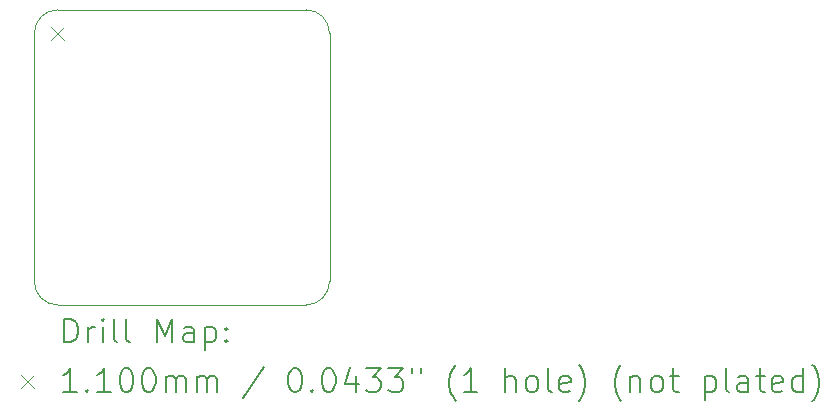
<source format=gbr>
%TF.GenerationSoftware,KiCad,Pcbnew,9.0.2*%
%TF.CreationDate,2025-12-01T11:38:41+01:00*%
%TF.ProjectId,PCB,5043422e-6b69-4636-9164-5f7063625858,rev?*%
%TF.SameCoordinates,Original*%
%TF.FileFunction,Drillmap*%
%TF.FilePolarity,Positive*%
%FSLAX45Y45*%
G04 Gerber Fmt 4.5, Leading zero omitted, Abs format (unit mm)*
G04 Created by KiCad (PCBNEW 9.0.2) date 2025-12-01 11:38:41*
%MOMM*%
%LPD*%
G01*
G04 APERTURE LIST*
%ADD10C,0.100000*%
%ADD11C,0.200000*%
%ADD12C,0.110000*%
G04 APERTURE END LIST*
D10*
X8750000Y-8950000D02*
X8750000Y-11050000D01*
X11050000Y-8750000D02*
G75*
G02*
X11250000Y-8950000I0J-200000D01*
G01*
X8950000Y-11250000D02*
X11050000Y-11250000D01*
X11250000Y-11050000D02*
X11250000Y-8950000D01*
X8750000Y-8950000D02*
G75*
G02*
X8950000Y-8750000I200000J0D01*
G01*
X8950000Y-11250000D02*
G75*
G02*
X8750000Y-11050000I0J200000D01*
G01*
X11250000Y-11050000D02*
G75*
G02*
X11050000Y-11250000I-200000J0D01*
G01*
X11050000Y-8750000D02*
X8950000Y-8750000D01*
D11*
D12*
X8895000Y-8895000D02*
X9005000Y-9005000D01*
X9005000Y-8895000D02*
X8895000Y-9005000D01*
D11*
X9005777Y-11566484D02*
X9005777Y-11366484D01*
X9005777Y-11366484D02*
X9053396Y-11366484D01*
X9053396Y-11366484D02*
X9081967Y-11376008D01*
X9081967Y-11376008D02*
X9101015Y-11395055D01*
X9101015Y-11395055D02*
X9110539Y-11414103D01*
X9110539Y-11414103D02*
X9120063Y-11452198D01*
X9120063Y-11452198D02*
X9120063Y-11480769D01*
X9120063Y-11480769D02*
X9110539Y-11518865D01*
X9110539Y-11518865D02*
X9101015Y-11537912D01*
X9101015Y-11537912D02*
X9081967Y-11556960D01*
X9081967Y-11556960D02*
X9053396Y-11566484D01*
X9053396Y-11566484D02*
X9005777Y-11566484D01*
X9205777Y-11566484D02*
X9205777Y-11433150D01*
X9205777Y-11471246D02*
X9215301Y-11452198D01*
X9215301Y-11452198D02*
X9224824Y-11442674D01*
X9224824Y-11442674D02*
X9243872Y-11433150D01*
X9243872Y-11433150D02*
X9262920Y-11433150D01*
X9329586Y-11566484D02*
X9329586Y-11433150D01*
X9329586Y-11366484D02*
X9320063Y-11376008D01*
X9320063Y-11376008D02*
X9329586Y-11385531D01*
X9329586Y-11385531D02*
X9339110Y-11376008D01*
X9339110Y-11376008D02*
X9329586Y-11366484D01*
X9329586Y-11366484D02*
X9329586Y-11385531D01*
X9453396Y-11566484D02*
X9434348Y-11556960D01*
X9434348Y-11556960D02*
X9424824Y-11537912D01*
X9424824Y-11537912D02*
X9424824Y-11366484D01*
X9558158Y-11566484D02*
X9539110Y-11556960D01*
X9539110Y-11556960D02*
X9529586Y-11537912D01*
X9529586Y-11537912D02*
X9529586Y-11366484D01*
X9786729Y-11566484D02*
X9786729Y-11366484D01*
X9786729Y-11366484D02*
X9853396Y-11509341D01*
X9853396Y-11509341D02*
X9920063Y-11366484D01*
X9920063Y-11366484D02*
X9920063Y-11566484D01*
X10101015Y-11566484D02*
X10101015Y-11461722D01*
X10101015Y-11461722D02*
X10091491Y-11442674D01*
X10091491Y-11442674D02*
X10072444Y-11433150D01*
X10072444Y-11433150D02*
X10034348Y-11433150D01*
X10034348Y-11433150D02*
X10015301Y-11442674D01*
X10101015Y-11556960D02*
X10081967Y-11566484D01*
X10081967Y-11566484D02*
X10034348Y-11566484D01*
X10034348Y-11566484D02*
X10015301Y-11556960D01*
X10015301Y-11556960D02*
X10005777Y-11537912D01*
X10005777Y-11537912D02*
X10005777Y-11518865D01*
X10005777Y-11518865D02*
X10015301Y-11499817D01*
X10015301Y-11499817D02*
X10034348Y-11490293D01*
X10034348Y-11490293D02*
X10081967Y-11490293D01*
X10081967Y-11490293D02*
X10101015Y-11480769D01*
X10196253Y-11433150D02*
X10196253Y-11633150D01*
X10196253Y-11442674D02*
X10215301Y-11433150D01*
X10215301Y-11433150D02*
X10253396Y-11433150D01*
X10253396Y-11433150D02*
X10272444Y-11442674D01*
X10272444Y-11442674D02*
X10281967Y-11452198D01*
X10281967Y-11452198D02*
X10291491Y-11471246D01*
X10291491Y-11471246D02*
X10291491Y-11528388D01*
X10291491Y-11528388D02*
X10281967Y-11547436D01*
X10281967Y-11547436D02*
X10272444Y-11556960D01*
X10272444Y-11556960D02*
X10253396Y-11566484D01*
X10253396Y-11566484D02*
X10215301Y-11566484D01*
X10215301Y-11566484D02*
X10196253Y-11556960D01*
X10377205Y-11547436D02*
X10386729Y-11556960D01*
X10386729Y-11556960D02*
X10377205Y-11566484D01*
X10377205Y-11566484D02*
X10367682Y-11556960D01*
X10367682Y-11556960D02*
X10377205Y-11547436D01*
X10377205Y-11547436D02*
X10377205Y-11566484D01*
X10377205Y-11442674D02*
X10386729Y-11452198D01*
X10386729Y-11452198D02*
X10377205Y-11461722D01*
X10377205Y-11461722D02*
X10367682Y-11452198D01*
X10367682Y-11452198D02*
X10377205Y-11442674D01*
X10377205Y-11442674D02*
X10377205Y-11461722D01*
D12*
X8635000Y-11840000D02*
X8745000Y-11950000D01*
X8745000Y-11840000D02*
X8635000Y-11950000D01*
D11*
X9110539Y-11986484D02*
X8996253Y-11986484D01*
X9053396Y-11986484D02*
X9053396Y-11786484D01*
X9053396Y-11786484D02*
X9034348Y-11815055D01*
X9034348Y-11815055D02*
X9015301Y-11834103D01*
X9015301Y-11834103D02*
X8996253Y-11843627D01*
X9196253Y-11967436D02*
X9205777Y-11976960D01*
X9205777Y-11976960D02*
X9196253Y-11986484D01*
X9196253Y-11986484D02*
X9186729Y-11976960D01*
X9186729Y-11976960D02*
X9196253Y-11967436D01*
X9196253Y-11967436D02*
X9196253Y-11986484D01*
X9396253Y-11986484D02*
X9281967Y-11986484D01*
X9339110Y-11986484D02*
X9339110Y-11786484D01*
X9339110Y-11786484D02*
X9320063Y-11815055D01*
X9320063Y-11815055D02*
X9301015Y-11834103D01*
X9301015Y-11834103D02*
X9281967Y-11843627D01*
X9520063Y-11786484D02*
X9539110Y-11786484D01*
X9539110Y-11786484D02*
X9558158Y-11796008D01*
X9558158Y-11796008D02*
X9567682Y-11805531D01*
X9567682Y-11805531D02*
X9577205Y-11824579D01*
X9577205Y-11824579D02*
X9586729Y-11862674D01*
X9586729Y-11862674D02*
X9586729Y-11910293D01*
X9586729Y-11910293D02*
X9577205Y-11948388D01*
X9577205Y-11948388D02*
X9567682Y-11967436D01*
X9567682Y-11967436D02*
X9558158Y-11976960D01*
X9558158Y-11976960D02*
X9539110Y-11986484D01*
X9539110Y-11986484D02*
X9520063Y-11986484D01*
X9520063Y-11986484D02*
X9501015Y-11976960D01*
X9501015Y-11976960D02*
X9491491Y-11967436D01*
X9491491Y-11967436D02*
X9481967Y-11948388D01*
X9481967Y-11948388D02*
X9472444Y-11910293D01*
X9472444Y-11910293D02*
X9472444Y-11862674D01*
X9472444Y-11862674D02*
X9481967Y-11824579D01*
X9481967Y-11824579D02*
X9491491Y-11805531D01*
X9491491Y-11805531D02*
X9501015Y-11796008D01*
X9501015Y-11796008D02*
X9520063Y-11786484D01*
X9710539Y-11786484D02*
X9729586Y-11786484D01*
X9729586Y-11786484D02*
X9748634Y-11796008D01*
X9748634Y-11796008D02*
X9758158Y-11805531D01*
X9758158Y-11805531D02*
X9767682Y-11824579D01*
X9767682Y-11824579D02*
X9777205Y-11862674D01*
X9777205Y-11862674D02*
X9777205Y-11910293D01*
X9777205Y-11910293D02*
X9767682Y-11948388D01*
X9767682Y-11948388D02*
X9758158Y-11967436D01*
X9758158Y-11967436D02*
X9748634Y-11976960D01*
X9748634Y-11976960D02*
X9729586Y-11986484D01*
X9729586Y-11986484D02*
X9710539Y-11986484D01*
X9710539Y-11986484D02*
X9691491Y-11976960D01*
X9691491Y-11976960D02*
X9681967Y-11967436D01*
X9681967Y-11967436D02*
X9672444Y-11948388D01*
X9672444Y-11948388D02*
X9662920Y-11910293D01*
X9662920Y-11910293D02*
X9662920Y-11862674D01*
X9662920Y-11862674D02*
X9672444Y-11824579D01*
X9672444Y-11824579D02*
X9681967Y-11805531D01*
X9681967Y-11805531D02*
X9691491Y-11796008D01*
X9691491Y-11796008D02*
X9710539Y-11786484D01*
X9862920Y-11986484D02*
X9862920Y-11853150D01*
X9862920Y-11872198D02*
X9872444Y-11862674D01*
X9872444Y-11862674D02*
X9891491Y-11853150D01*
X9891491Y-11853150D02*
X9920063Y-11853150D01*
X9920063Y-11853150D02*
X9939110Y-11862674D01*
X9939110Y-11862674D02*
X9948634Y-11881722D01*
X9948634Y-11881722D02*
X9948634Y-11986484D01*
X9948634Y-11881722D02*
X9958158Y-11862674D01*
X9958158Y-11862674D02*
X9977205Y-11853150D01*
X9977205Y-11853150D02*
X10005777Y-11853150D01*
X10005777Y-11853150D02*
X10024825Y-11862674D01*
X10024825Y-11862674D02*
X10034348Y-11881722D01*
X10034348Y-11881722D02*
X10034348Y-11986484D01*
X10129586Y-11986484D02*
X10129586Y-11853150D01*
X10129586Y-11872198D02*
X10139110Y-11862674D01*
X10139110Y-11862674D02*
X10158158Y-11853150D01*
X10158158Y-11853150D02*
X10186729Y-11853150D01*
X10186729Y-11853150D02*
X10205777Y-11862674D01*
X10205777Y-11862674D02*
X10215301Y-11881722D01*
X10215301Y-11881722D02*
X10215301Y-11986484D01*
X10215301Y-11881722D02*
X10224825Y-11862674D01*
X10224825Y-11862674D02*
X10243872Y-11853150D01*
X10243872Y-11853150D02*
X10272444Y-11853150D01*
X10272444Y-11853150D02*
X10291491Y-11862674D01*
X10291491Y-11862674D02*
X10301015Y-11881722D01*
X10301015Y-11881722D02*
X10301015Y-11986484D01*
X10691491Y-11776960D02*
X10520063Y-12034103D01*
X10948634Y-11786484D02*
X10967682Y-11786484D01*
X10967682Y-11786484D02*
X10986729Y-11796008D01*
X10986729Y-11796008D02*
X10996253Y-11805531D01*
X10996253Y-11805531D02*
X11005777Y-11824579D01*
X11005777Y-11824579D02*
X11015301Y-11862674D01*
X11015301Y-11862674D02*
X11015301Y-11910293D01*
X11015301Y-11910293D02*
X11005777Y-11948388D01*
X11005777Y-11948388D02*
X10996253Y-11967436D01*
X10996253Y-11967436D02*
X10986729Y-11976960D01*
X10986729Y-11976960D02*
X10967682Y-11986484D01*
X10967682Y-11986484D02*
X10948634Y-11986484D01*
X10948634Y-11986484D02*
X10929587Y-11976960D01*
X10929587Y-11976960D02*
X10920063Y-11967436D01*
X10920063Y-11967436D02*
X10910539Y-11948388D01*
X10910539Y-11948388D02*
X10901015Y-11910293D01*
X10901015Y-11910293D02*
X10901015Y-11862674D01*
X10901015Y-11862674D02*
X10910539Y-11824579D01*
X10910539Y-11824579D02*
X10920063Y-11805531D01*
X10920063Y-11805531D02*
X10929587Y-11796008D01*
X10929587Y-11796008D02*
X10948634Y-11786484D01*
X11101015Y-11967436D02*
X11110539Y-11976960D01*
X11110539Y-11976960D02*
X11101015Y-11986484D01*
X11101015Y-11986484D02*
X11091491Y-11976960D01*
X11091491Y-11976960D02*
X11101015Y-11967436D01*
X11101015Y-11967436D02*
X11101015Y-11986484D01*
X11234348Y-11786484D02*
X11253396Y-11786484D01*
X11253396Y-11786484D02*
X11272444Y-11796008D01*
X11272444Y-11796008D02*
X11281967Y-11805531D01*
X11281967Y-11805531D02*
X11291491Y-11824579D01*
X11291491Y-11824579D02*
X11301015Y-11862674D01*
X11301015Y-11862674D02*
X11301015Y-11910293D01*
X11301015Y-11910293D02*
X11291491Y-11948388D01*
X11291491Y-11948388D02*
X11281967Y-11967436D01*
X11281967Y-11967436D02*
X11272444Y-11976960D01*
X11272444Y-11976960D02*
X11253396Y-11986484D01*
X11253396Y-11986484D02*
X11234348Y-11986484D01*
X11234348Y-11986484D02*
X11215301Y-11976960D01*
X11215301Y-11976960D02*
X11205777Y-11967436D01*
X11205777Y-11967436D02*
X11196253Y-11948388D01*
X11196253Y-11948388D02*
X11186729Y-11910293D01*
X11186729Y-11910293D02*
X11186729Y-11862674D01*
X11186729Y-11862674D02*
X11196253Y-11824579D01*
X11196253Y-11824579D02*
X11205777Y-11805531D01*
X11205777Y-11805531D02*
X11215301Y-11796008D01*
X11215301Y-11796008D02*
X11234348Y-11786484D01*
X11472444Y-11853150D02*
X11472444Y-11986484D01*
X11424825Y-11776960D02*
X11377206Y-11919817D01*
X11377206Y-11919817D02*
X11501015Y-11919817D01*
X11558158Y-11786484D02*
X11681967Y-11786484D01*
X11681967Y-11786484D02*
X11615301Y-11862674D01*
X11615301Y-11862674D02*
X11643872Y-11862674D01*
X11643872Y-11862674D02*
X11662920Y-11872198D01*
X11662920Y-11872198D02*
X11672444Y-11881722D01*
X11672444Y-11881722D02*
X11681967Y-11900769D01*
X11681967Y-11900769D02*
X11681967Y-11948388D01*
X11681967Y-11948388D02*
X11672444Y-11967436D01*
X11672444Y-11967436D02*
X11662920Y-11976960D01*
X11662920Y-11976960D02*
X11643872Y-11986484D01*
X11643872Y-11986484D02*
X11586729Y-11986484D01*
X11586729Y-11986484D02*
X11567682Y-11976960D01*
X11567682Y-11976960D02*
X11558158Y-11967436D01*
X11748634Y-11786484D02*
X11872444Y-11786484D01*
X11872444Y-11786484D02*
X11805777Y-11862674D01*
X11805777Y-11862674D02*
X11834348Y-11862674D01*
X11834348Y-11862674D02*
X11853396Y-11872198D01*
X11853396Y-11872198D02*
X11862920Y-11881722D01*
X11862920Y-11881722D02*
X11872444Y-11900769D01*
X11872444Y-11900769D02*
X11872444Y-11948388D01*
X11872444Y-11948388D02*
X11862920Y-11967436D01*
X11862920Y-11967436D02*
X11853396Y-11976960D01*
X11853396Y-11976960D02*
X11834348Y-11986484D01*
X11834348Y-11986484D02*
X11777206Y-11986484D01*
X11777206Y-11986484D02*
X11758158Y-11976960D01*
X11758158Y-11976960D02*
X11748634Y-11967436D01*
X11948634Y-11786484D02*
X11948634Y-11824579D01*
X12024825Y-11786484D02*
X12024825Y-11824579D01*
X12320063Y-12062674D02*
X12310539Y-12053150D01*
X12310539Y-12053150D02*
X12291491Y-12024579D01*
X12291491Y-12024579D02*
X12281968Y-12005531D01*
X12281968Y-12005531D02*
X12272444Y-11976960D01*
X12272444Y-11976960D02*
X12262920Y-11929341D01*
X12262920Y-11929341D02*
X12262920Y-11891246D01*
X12262920Y-11891246D02*
X12272444Y-11843627D01*
X12272444Y-11843627D02*
X12281968Y-11815055D01*
X12281968Y-11815055D02*
X12291491Y-11796008D01*
X12291491Y-11796008D02*
X12310539Y-11767436D01*
X12310539Y-11767436D02*
X12320063Y-11757912D01*
X12501015Y-11986484D02*
X12386729Y-11986484D01*
X12443872Y-11986484D02*
X12443872Y-11786484D01*
X12443872Y-11786484D02*
X12424825Y-11815055D01*
X12424825Y-11815055D02*
X12405777Y-11834103D01*
X12405777Y-11834103D02*
X12386729Y-11843627D01*
X12739110Y-11986484D02*
X12739110Y-11786484D01*
X12824825Y-11986484D02*
X12824825Y-11881722D01*
X12824825Y-11881722D02*
X12815301Y-11862674D01*
X12815301Y-11862674D02*
X12796253Y-11853150D01*
X12796253Y-11853150D02*
X12767682Y-11853150D01*
X12767682Y-11853150D02*
X12748634Y-11862674D01*
X12748634Y-11862674D02*
X12739110Y-11872198D01*
X12948634Y-11986484D02*
X12929587Y-11976960D01*
X12929587Y-11976960D02*
X12920063Y-11967436D01*
X12920063Y-11967436D02*
X12910539Y-11948388D01*
X12910539Y-11948388D02*
X12910539Y-11891246D01*
X12910539Y-11891246D02*
X12920063Y-11872198D01*
X12920063Y-11872198D02*
X12929587Y-11862674D01*
X12929587Y-11862674D02*
X12948634Y-11853150D01*
X12948634Y-11853150D02*
X12977206Y-11853150D01*
X12977206Y-11853150D02*
X12996253Y-11862674D01*
X12996253Y-11862674D02*
X13005777Y-11872198D01*
X13005777Y-11872198D02*
X13015301Y-11891246D01*
X13015301Y-11891246D02*
X13015301Y-11948388D01*
X13015301Y-11948388D02*
X13005777Y-11967436D01*
X13005777Y-11967436D02*
X12996253Y-11976960D01*
X12996253Y-11976960D02*
X12977206Y-11986484D01*
X12977206Y-11986484D02*
X12948634Y-11986484D01*
X13129587Y-11986484D02*
X13110539Y-11976960D01*
X13110539Y-11976960D02*
X13101015Y-11957912D01*
X13101015Y-11957912D02*
X13101015Y-11786484D01*
X13281968Y-11976960D02*
X13262920Y-11986484D01*
X13262920Y-11986484D02*
X13224825Y-11986484D01*
X13224825Y-11986484D02*
X13205777Y-11976960D01*
X13205777Y-11976960D02*
X13196253Y-11957912D01*
X13196253Y-11957912D02*
X13196253Y-11881722D01*
X13196253Y-11881722D02*
X13205777Y-11862674D01*
X13205777Y-11862674D02*
X13224825Y-11853150D01*
X13224825Y-11853150D02*
X13262920Y-11853150D01*
X13262920Y-11853150D02*
X13281968Y-11862674D01*
X13281968Y-11862674D02*
X13291491Y-11881722D01*
X13291491Y-11881722D02*
X13291491Y-11900769D01*
X13291491Y-11900769D02*
X13196253Y-11919817D01*
X13358158Y-12062674D02*
X13367682Y-12053150D01*
X13367682Y-12053150D02*
X13386730Y-12024579D01*
X13386730Y-12024579D02*
X13396253Y-12005531D01*
X13396253Y-12005531D02*
X13405777Y-11976960D01*
X13405777Y-11976960D02*
X13415301Y-11929341D01*
X13415301Y-11929341D02*
X13415301Y-11891246D01*
X13415301Y-11891246D02*
X13405777Y-11843627D01*
X13405777Y-11843627D02*
X13396253Y-11815055D01*
X13396253Y-11815055D02*
X13386730Y-11796008D01*
X13386730Y-11796008D02*
X13367682Y-11767436D01*
X13367682Y-11767436D02*
X13358158Y-11757912D01*
X13720063Y-12062674D02*
X13710539Y-12053150D01*
X13710539Y-12053150D02*
X13691491Y-12024579D01*
X13691491Y-12024579D02*
X13681968Y-12005531D01*
X13681968Y-12005531D02*
X13672444Y-11976960D01*
X13672444Y-11976960D02*
X13662920Y-11929341D01*
X13662920Y-11929341D02*
X13662920Y-11891246D01*
X13662920Y-11891246D02*
X13672444Y-11843627D01*
X13672444Y-11843627D02*
X13681968Y-11815055D01*
X13681968Y-11815055D02*
X13691491Y-11796008D01*
X13691491Y-11796008D02*
X13710539Y-11767436D01*
X13710539Y-11767436D02*
X13720063Y-11757912D01*
X13796253Y-11853150D02*
X13796253Y-11986484D01*
X13796253Y-11872198D02*
X13805777Y-11862674D01*
X13805777Y-11862674D02*
X13824825Y-11853150D01*
X13824825Y-11853150D02*
X13853396Y-11853150D01*
X13853396Y-11853150D02*
X13872444Y-11862674D01*
X13872444Y-11862674D02*
X13881968Y-11881722D01*
X13881968Y-11881722D02*
X13881968Y-11986484D01*
X14005777Y-11986484D02*
X13986730Y-11976960D01*
X13986730Y-11976960D02*
X13977206Y-11967436D01*
X13977206Y-11967436D02*
X13967682Y-11948388D01*
X13967682Y-11948388D02*
X13967682Y-11891246D01*
X13967682Y-11891246D02*
X13977206Y-11872198D01*
X13977206Y-11872198D02*
X13986730Y-11862674D01*
X13986730Y-11862674D02*
X14005777Y-11853150D01*
X14005777Y-11853150D02*
X14034349Y-11853150D01*
X14034349Y-11853150D02*
X14053396Y-11862674D01*
X14053396Y-11862674D02*
X14062920Y-11872198D01*
X14062920Y-11872198D02*
X14072444Y-11891246D01*
X14072444Y-11891246D02*
X14072444Y-11948388D01*
X14072444Y-11948388D02*
X14062920Y-11967436D01*
X14062920Y-11967436D02*
X14053396Y-11976960D01*
X14053396Y-11976960D02*
X14034349Y-11986484D01*
X14034349Y-11986484D02*
X14005777Y-11986484D01*
X14129587Y-11853150D02*
X14205777Y-11853150D01*
X14158158Y-11786484D02*
X14158158Y-11957912D01*
X14158158Y-11957912D02*
X14167682Y-11976960D01*
X14167682Y-11976960D02*
X14186730Y-11986484D01*
X14186730Y-11986484D02*
X14205777Y-11986484D01*
X14424825Y-11853150D02*
X14424825Y-12053150D01*
X14424825Y-11862674D02*
X14443872Y-11853150D01*
X14443872Y-11853150D02*
X14481968Y-11853150D01*
X14481968Y-11853150D02*
X14501015Y-11862674D01*
X14501015Y-11862674D02*
X14510539Y-11872198D01*
X14510539Y-11872198D02*
X14520063Y-11891246D01*
X14520063Y-11891246D02*
X14520063Y-11948388D01*
X14520063Y-11948388D02*
X14510539Y-11967436D01*
X14510539Y-11967436D02*
X14501015Y-11976960D01*
X14501015Y-11976960D02*
X14481968Y-11986484D01*
X14481968Y-11986484D02*
X14443872Y-11986484D01*
X14443872Y-11986484D02*
X14424825Y-11976960D01*
X14634349Y-11986484D02*
X14615301Y-11976960D01*
X14615301Y-11976960D02*
X14605777Y-11957912D01*
X14605777Y-11957912D02*
X14605777Y-11786484D01*
X14796253Y-11986484D02*
X14796253Y-11881722D01*
X14796253Y-11881722D02*
X14786730Y-11862674D01*
X14786730Y-11862674D02*
X14767682Y-11853150D01*
X14767682Y-11853150D02*
X14729587Y-11853150D01*
X14729587Y-11853150D02*
X14710539Y-11862674D01*
X14796253Y-11976960D02*
X14777206Y-11986484D01*
X14777206Y-11986484D02*
X14729587Y-11986484D01*
X14729587Y-11986484D02*
X14710539Y-11976960D01*
X14710539Y-11976960D02*
X14701015Y-11957912D01*
X14701015Y-11957912D02*
X14701015Y-11938865D01*
X14701015Y-11938865D02*
X14710539Y-11919817D01*
X14710539Y-11919817D02*
X14729587Y-11910293D01*
X14729587Y-11910293D02*
X14777206Y-11910293D01*
X14777206Y-11910293D02*
X14796253Y-11900769D01*
X14862920Y-11853150D02*
X14939111Y-11853150D01*
X14891492Y-11786484D02*
X14891492Y-11957912D01*
X14891492Y-11957912D02*
X14901015Y-11976960D01*
X14901015Y-11976960D02*
X14920063Y-11986484D01*
X14920063Y-11986484D02*
X14939111Y-11986484D01*
X15081968Y-11976960D02*
X15062920Y-11986484D01*
X15062920Y-11986484D02*
X15024825Y-11986484D01*
X15024825Y-11986484D02*
X15005777Y-11976960D01*
X15005777Y-11976960D02*
X14996253Y-11957912D01*
X14996253Y-11957912D02*
X14996253Y-11881722D01*
X14996253Y-11881722D02*
X15005777Y-11862674D01*
X15005777Y-11862674D02*
X15024825Y-11853150D01*
X15024825Y-11853150D02*
X15062920Y-11853150D01*
X15062920Y-11853150D02*
X15081968Y-11862674D01*
X15081968Y-11862674D02*
X15091492Y-11881722D01*
X15091492Y-11881722D02*
X15091492Y-11900769D01*
X15091492Y-11900769D02*
X14996253Y-11919817D01*
X15262920Y-11986484D02*
X15262920Y-11786484D01*
X15262920Y-11976960D02*
X15243873Y-11986484D01*
X15243873Y-11986484D02*
X15205777Y-11986484D01*
X15205777Y-11986484D02*
X15186730Y-11976960D01*
X15186730Y-11976960D02*
X15177206Y-11967436D01*
X15177206Y-11967436D02*
X15167682Y-11948388D01*
X15167682Y-11948388D02*
X15167682Y-11891246D01*
X15167682Y-11891246D02*
X15177206Y-11872198D01*
X15177206Y-11872198D02*
X15186730Y-11862674D01*
X15186730Y-11862674D02*
X15205777Y-11853150D01*
X15205777Y-11853150D02*
X15243873Y-11853150D01*
X15243873Y-11853150D02*
X15262920Y-11862674D01*
X15339111Y-12062674D02*
X15348634Y-12053150D01*
X15348634Y-12053150D02*
X15367682Y-12024579D01*
X15367682Y-12024579D02*
X15377206Y-12005531D01*
X15377206Y-12005531D02*
X15386730Y-11976960D01*
X15386730Y-11976960D02*
X15396253Y-11929341D01*
X15396253Y-11929341D02*
X15396253Y-11891246D01*
X15396253Y-11891246D02*
X15386730Y-11843627D01*
X15386730Y-11843627D02*
X15377206Y-11815055D01*
X15377206Y-11815055D02*
X15367682Y-11796008D01*
X15367682Y-11796008D02*
X15348634Y-11767436D01*
X15348634Y-11767436D02*
X15339111Y-11757912D01*
M02*

</source>
